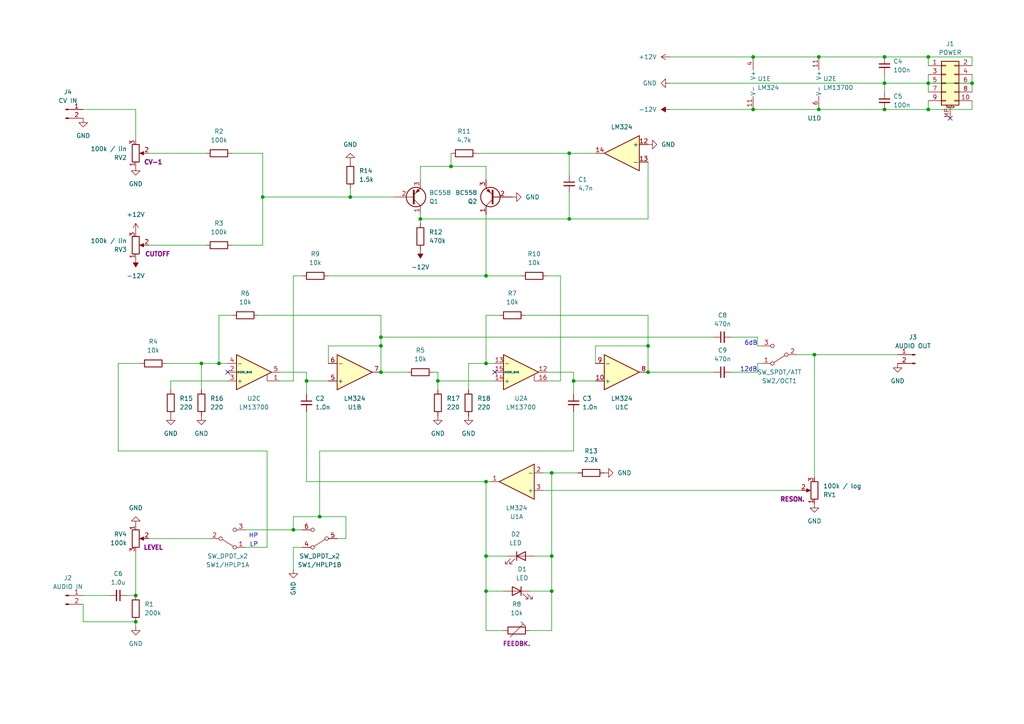
<source format=kicad_sch>
(kicad_sch (version 20230121) (generator eeschema)
  (paper "A4")
  (title_block (title "Late MS-20 VCO / Eurorack"))
  (lib_symbols
    (symbol "Amplifier_Operational:LM13700" (pin_names (offset 0.127))
      (property "Reference" "U" (at 3.81 5.08 0))
      (property "Value" "LM13700" (at 5.08 -5.08 0))
      (symbol "LM13700_1_1"
        (polyline (pts (xy 3.81 -0.635) (xy 3.81 -2.54) (xy 5.08 -2.54)))
        (polyline (pts (xy 5.08 0) (xy -5.08 -5.08) (xy -5.08 5.08) (xy 5.08 0)) (stroke (width 0.254)) (fill (type background)))
        (pin output line (at 7.62 0 180) (length 2.54) (name "~") (number "12"))
        (pin input line (at -7.62 2.54 0) (length 2.54) (name "-") (number "13"))
        (pin input line (at -7.62 -2.54 0) (length 2.54) (name "+") (number "14"))
        (pin input line (at -7.62 0 0) (length 2.54) (name "DIODE_BIAS") (number "15"))
        (pin input line (at 7.62 -2.54 180) (length 2.54) (name "~") (number "16"))
      )
      (symbol "LM13700_2_0"
        (polyline (pts (xy -1.905 2.54) (xy -3.175 2.54)))
      )
      (symbol "LM13700_2_1"
        (circle (center -2.54 1.905) (radius 0.254) (stroke (width 0.254)) (fill (type outline)))
        (polyline (pts (xy -3.81 -0.635) (xy -2.54 -1.27)))
        (polyline (pts (xy -3.81 1.27) (xy -3.81 -1.27)))
        (polyline (pts (xy -2.54 -1.905) (xy -1.27 -2.54)))
        (polyline (pts (xy -2.54 0) (xy -2.54 -2.54)))
        (polyline (pts (xy -3.81 0.635) (xy -2.54 1.27) (xy -2.54 1.905) (xy -2.54 2.54)))
        (polyline (pts (xy -2.54 -1.27) (xy -3.175 -0.635) (xy -3.175 -1.27) (xy -2.54 -1.27)) (fill (type outline)))
        (polyline (pts (xy -2.54 -0.635) (xy -1.27 0) (xy -1.27 1.905) (xy -2.54 1.905)))
        (polyline (pts (xy -1.27 -2.54) (xy -1.905 -1.905) (xy -1.905 -2.54) (xy -1.27 -2.54)) (fill (type outline)))
        (text "V+" (at -2.54 3.81 0) (effects (font (size 1.27 1.27))))
        (pin input line (at -7.62 0 0) (length 3.81) (name "~") (number "10"))
        (pin output line (at 2.54 -2.54 180) (length 3.81) (name "~") (number "9"))
      )
      (symbol "LM13700_3_1"
        (polyline (pts (xy 3.81 -0.635) (xy 3.81 -2.54) (xy 5.08 -2.54)))
        (polyline (pts (xy 5.08 0) (xy -5.08 -5.08) (xy -5.08 5.08) (xy 5.08 0)) (stroke (width 0.254)) (fill (type background)))
        (pin input line (at 7.62 -2.54 180) (length 2.54) (name "~") (number "1"))
        (pin input line (at -7.62 0 0) (length 2.54) (name "DIODE_BIAS") (number "2"))
        (pin input line (at -7.62 -2.54 0) (length 2.54) (name "+") (number "3"))
        (pin input line (at -7.62 2.54 0) (length 2.54) (name "-") (number "4"))
        (pin output line (at 7.62 0 180) (length 2.54) (name "~") (number "5"))
      )
      (symbol "LM13700_4_0"
        (polyline (pts (xy -3.175 2.54) (xy -1.905 2.54)))
        (text "V+" (at -2.54 3.81 0) (effects (font (size 1.27 1.27))))
      )
      (symbol "LM13700_4_1"
        (circle (center -2.54 1.905) (radius 0.254) (stroke (width 0.254)) (fill (type outline)))
        (polyline (pts (xy -3.81 -0.635) (xy -2.54 -1.27)))
        (polyline (pts (xy -3.81 1.27) (xy -3.81 -1.27)))
        (polyline (pts (xy -2.54 -1.905) (xy -1.27 -2.54)))
        (polyline (pts (xy -2.54 0) (xy -2.54 -2.54)))
        (polyline (pts (xy -3.81 0.635) (xy -2.54 1.27) (xy -2.54 2.54)))
        (polyline (pts (xy -2.54 -1.27) (xy -3.175 -0.635) (xy -3.175 -1.27) (xy -2.54 -1.27)) (fill (type outline)))
        (polyline (pts (xy -2.54 -0.635) (xy -1.27 0) (xy -1.27 1.905) (xy -2.54 1.905)))
        (polyline (pts (xy -1.27 -2.54) (xy -1.905 -1.905) (xy -1.905 -2.54) (xy -1.27 -2.54)) (fill (type outline)))
        (pin input line (at -7.62 0 0) (length 3.81) (name "~") (number "7"))
        (pin output line (at 2.54 -2.54 180) (length 3.81) (name "~") (number "8"))
      )
      (symbol "LM13700_5_1"
        (pin power_in line (at -2.54 7.62 270) (length 3.81) (name "V+") (number "11"))
        (pin power_in line (at -2.54 -7.62 90) (length 3.81) (name "V-") (number "6"))
      )
    )
    (symbol "Amplifier_Operational:LM324" (pin_names (offset 0.127))
      (property "Reference" "U" (at 0 5.08 0))
      (property "Value" "LM324" (at 0 -5.08 0))
      (symbol "LM324_1_1"
        (polyline (pts (xy -5.08 5.08) (xy 5.08 0) (xy -5.08 -5.08) (xy -5.08 5.08)) (stroke (width 0.254)) (fill (type background)))
        (pin output line (at 7.62 0 180) (length 2.54) (name "~") (number "1"))
        (pin input line (at -7.62 -2.54 0) (length 2.54) (name "-") (number "2"))
        (pin input line (at -7.62 2.54 0) (length 2.54) (name "+") (number "3"))
      )
      (symbol "LM324_2_1"
        (polyline (pts (xy -5.08 5.08) (xy 5.08 0) (xy -5.08 -5.08) (xy -5.08 5.08)) (stroke (width 0.254)) (fill (type background)))
        (pin input line (at -7.62 2.54 0) (length 2.54) (name "+") (number "5"))
        (pin input line (at -7.62 -2.54 0) (length 2.54) (name "-") (number "6"))
        (pin output line (at 7.62 0 180) (length 2.54) (name "~") (number "7"))
      )
      (symbol "LM324_3_1"
        (polyline (pts (xy -5.08 5.08) (xy 5.08 0) (xy -5.08 -5.08) (xy -5.08 5.08)) (stroke (width 0.254)) (fill (type background)))
        (pin input line (at -7.62 2.54 0) (length 2.54) (name "+") (number "10"))
        (pin output line (at 7.62 0 180) (length 2.54) (name "~") (number "8"))
        (pin input line (at -7.62 -2.54 0) (length 2.54) (name "-") (number "9"))
      )
      (symbol "LM324_4_1"
        (polyline (pts (xy -5.08 5.08) (xy 5.08 0) (xy -5.08 -5.08) (xy -5.08 5.08)) (stroke (width 0.254)) (fill (type background)))
        (pin input line (at -7.62 2.54 0) (length 2.54) (name "+") (number "12"))
        (pin input line (at -7.62 -2.54 0) (length 2.54) (name "-") (number "13"))
        (pin output line (at 7.62 0 180) (length 2.54) (name "~") (number "14"))
      )
      (symbol "LM324_5_1"
        (pin power_in line (at -2.54 -7.62 90) (length 3.81) (name "V-") (number "11"))
        (pin power_in line (at -2.54 7.62 270) (length 3.81) (name "V+") (number "4"))
      )
    )
    (symbol "Connector:Conn_01x02_Pin" (pin_names (offset 1.016) hide)
      (property "Reference" "J" (at 0 2.54 0))
      (property "Value" "Conn_01x02_Pin" (at 0 -5.08 0))
      (symbol "Conn_01x02_Pin_1_1"
        (polyline (pts (xy 1.27 -2.54) (xy 0.8636 -2.54)) (stroke (width 0.1524)))
        (polyline (pts (xy 1.27 0) (xy 0.8636 0)) (stroke (width 0.1524)))
        (rectangle (start 0.8636 -2.413) (end 0 -2.667) (stroke (width 0.1524)) (fill (type outline)))
        (rectangle (start 0.8636 0.127) (end 0 -0.127) (stroke (width 0.1524)) (fill (type outline)))
        (pin passive line (at 5.08 0 180) (length 3.81) (name "Pin_1") (number "1"))
        (pin passive line (at 5.08 -2.54 180) (length 3.81) (name "Pin_2") (number "2"))
      )
    )
    (symbol "Connector_Generic_MountingPin:Conn_02x05_Odd_Even_MountingPin" (pin_names (offset 1.016) hide)
      (property "Reference" "J" (at 1.27 7.62 0))
      (property "Value" "Conn_02x05_Odd_Even_MountingPin" (at 2.54 -7.62 0))
      (symbol "Conn_02x05_Odd_Even_MountingPin_1_1"
        (rectangle (start -1.27 -4.953) (end 0 -5.207) (stroke (width 0.1524)))
        (rectangle (start -1.27 -2.413) (end 0 -2.667) (stroke (width 0.1524)))
        (rectangle (start -1.27 0.127) (end 0 -0.127) (stroke (width 0.1524)))
        (rectangle (start -1.27 2.667) (end 0 2.413) (stroke (width 0.1524)))
        (rectangle (start -1.27 5.207) (end 0 4.953) (stroke (width 0.1524)))
        (rectangle (start -1.27 6.35) (end 3.81 -6.35) (stroke (width 0.254)) (fill (type background)))
        (polyline (pts (xy 0.254 -7.112) (xy 2.286 -7.112)) (stroke (width 0.1524)))
        (rectangle (start 3.81 -4.953) (end 2.54 -5.207) (stroke (width 0.1524)))
        (rectangle (start 3.81 -2.413) (end 2.54 -2.667) (stroke (width 0.1524)))
        (rectangle (start 3.81 0.127) (end 2.54 -0.127) (stroke (width 0.1524)))
        (rectangle (start 3.81 2.667) (end 2.54 2.413) (stroke (width 0.1524)))
        (rectangle (start 3.81 5.207) (end 2.54 4.953) (stroke (width 0.1524)))
        (text "Mounting" (at 1.27 -6.731 0) (effects (font (size 0.381 0.381))))
        (pin passive line (at -5.08 5.08 0) (length 3.81) (name "Pin_1") (number "1"))
        (pin passive line (at 7.62 -5.08 180) (length 3.81) (name "Pin_10") (number "10"))
        (pin passive line (at 7.62 5.08 180) (length 3.81) (name "Pin_2") (number "2"))
        (pin passive line (at -5.08 2.54 0) (length 3.81) (name "Pin_3") (number "3"))
        (pin passive line (at 7.62 2.54 180) (length 3.81) (name "Pin_4") (number "4"))
        (pin passive line (at -5.08 0 0) (length 3.81) (name "Pin_5") (number "5"))
        (pin passive line (at 7.62 0 180) (length 3.81) (name "Pin_6") (number "6"))
        (pin passive line (at -5.08 -2.54 0) (length 3.81) (name "Pin_7") (number "7"))
        (pin passive line (at 7.62 -2.54 180) (length 3.81) (name "Pin_8") (number "8"))
        (pin passive line (at -5.08 -5.08 0) (length 3.81) (name "Pin_9") (number "9"))
        (pin passive line (at 1.27 -10.16 90) (length 3.048) (name "MountPin") (number "MP"))
      )
    )
    (symbol "Device:C_Small" (pin_numbers hide) (pin_names (offset 0.254) hide)
      (property "Reference" "C" (at 0.254 1.778 0))
      (property "Value" "C_Small" (at 0.254 -2.032 0))
      (symbol "C_Small_0_1"
        (polyline (pts (xy -1.524 -0.508) (xy 1.524 -0.508)) (stroke (width 0.3302)))
        (polyline (pts (xy -1.524 0.508) (xy 1.524 0.508)) (stroke (width 0.3048)))
      )
      (symbol "C_Small_1_1"
        (pin passive line (at 0 2.54 270) (length 2.032) (name "~") (number "1"))
        (pin passive line (at 0 -2.54 90) (length 2.032) (name "~") (number "2"))
      )
    )
    (symbol "Device:LED" (pin_numbers hide) (pin_names (offset 1.016) hide)
      (property "Reference" "D" (at 0 2.54 0))
      (property "Value" "LED" (at 0 -2.54 0))
      (symbol "LED_0_1"
        (polyline (pts (xy -1.27 -1.27) (xy -1.27 1.27)) (stroke (width 0.254)))
        (polyline (pts (xy -1.27 0) (xy 1.27 0)))
        (polyline (pts (xy 1.27 -1.27) (xy 1.27 1.27) (xy -1.27 0) (xy 1.27 -1.27)) (stroke (width 0.254)))
        (polyline (pts (xy -3.048 -0.762) (xy -4.572 -2.286) (xy -3.81 -2.286) (xy -4.572 -2.286) (xy -4.572 -1.524)))
        (polyline (pts (xy -1.778 -0.762) (xy -3.302 -2.286) (xy -2.54 -2.286) (xy -3.302 -2.286) (xy -3.302 -1.524)))
      )
      (symbol "LED_1_1"
        (pin passive line (at -3.81 0 0) (length 2.54) (name "K") (number "1"))
        (pin passive line (at 3.81 0 180) (length 2.54) (name "A") (number "2"))
      )
    )
    (symbol "Device:R" (pin_numbers hide) (pin_names (offset 0))
      (property "Reference" "R" (at 2.032 0 90))
      (property "Value" "R" (at 0 0 90))
      (symbol "R_0_1"
        (rectangle (start -1.016 -2.54) (end 1.016 2.54) (stroke (width 0.254)))
      )
      (symbol "R_1_1"
        (pin passive line (at 0 3.81 270) (length 1.27) (name "~") (number "1"))
        (pin passive line (at 0 -3.81 90) (length 1.27) (name "~") (number "2"))
      )
    )
    (symbol "Device:R_Potentiometer" (pin_names (offset 1.016) hide)
      (property "Reference" "RV" (at -4.445 0 90))
      (property "Value" "R_Potentiometer" (at -2.54 0 90))
      (symbol "R_Potentiometer_0_1"
        (polyline (pts (xy 2.54 0) (xy 1.524 0)))
        (polyline (pts (xy 1.143 0) (xy 2.286 0.508) (xy 2.286 -0.508) (xy 1.143 0)) (fill (type outline)))
        (rectangle (start 1.016 2.54) (end -1.016 -2.54) (stroke (width 0.254)))
      )
      (symbol "R_Potentiometer_1_1"
        (pin passive line (at 0 3.81 270) (length 1.27) (name "1") (number "1"))
        (pin passive line (at 3.81 0 180) (length 1.27) (name "2") (number "2"))
        (pin passive line (at 0 -3.81 90) (length 1.27) (name "3") (number "3"))
      )
    )
    (symbol "Device:R_Trim" (pin_numbers hide) (pin_names (offset 0))
      (property "Reference" "R" (at 2.54 -2.54 90))
      (property "Value" "R_Trim" (at -2.54 -0.635 90))
      (symbol "R_Trim_0_1"
        (rectangle (start -1.016 -2.54) (end 1.016 2.54) (stroke (width 0.254)))
        (polyline (pts (xy -1.905 -1.905) (xy 1.905 1.905) (xy 2.54 1.27) (xy 1.27 2.54)))
      )
      (symbol "R_Trim_1_1"
        (pin passive line (at 0 3.81 270) (length 1.27) (name "~") (number "1"))
        (pin passive line (at 0 -3.81 90) (length 1.27) (name "~") (number "2"))
      )
    )
    (symbol "Switch:SW_DPDT_x2" (pin_names (offset 0) hide)
      (property "Reference" "SW" (at 0 4.318 0))
      (property "Value" "SW_DPDT_x2" (at 0 -5.08 0))
      (symbol "SW_DPDT_x2_0_0"
        (circle (center -2.032 0) (radius 0.508))
        (circle (center 2.032 -2.54) (radius 0.508))
      )
      (symbol "SW_DPDT_x2_0_1"
        (polyline (pts (xy -1.524 0.254) (xy 1.651 2.286)))
        (circle (center 2.032 2.54) (radius 0.508))
      )
      (symbol "SW_DPDT_x2_1_1"
        (pin passive line (at 5.08 2.54 180) (length 2.54) (name "A") (number "1"))
        (pin passive line (at -5.08 0 0) (length 2.54) (name "B") (number "2"))
        (pin passive line (at 5.08 -2.54 180) (length 2.54) (name "C") (number "3"))
      )
      (symbol "SW_DPDT_x2_2_1"
        (pin passive line (at 5.08 2.54 180) (length 2.54) (name "A") (number "4"))
        (pin passive line (at -5.08 0 0) (length 2.54) (name "B") (number "5"))
        (pin passive line (at 5.08 -2.54 180) (length 2.54) (name "C") (number "6"))
      )
    )
    (symbol "Switch:SW_SPDT" (pin_names (offset 0) hide)
      (property "Reference" "SW" (at 0 4.318 0))
      (property "Value" "SW_SPDT" (at 0 -5.08 0))
      (symbol "SW_SPDT_0_0"
        (circle (center -2.032 0) (radius 0.508))
        (circle (center 2.032 -2.54) (radius 0.508))
      )
      (symbol "SW_SPDT_0_1"
        (polyline (pts (xy -1.524 0.254) (xy 1.651 2.286)))
        (circle (center 2.032 2.54) (radius 0.508))
      )
      (symbol "SW_SPDT_1_1"
        (pin passive line (at 5.08 2.54 180) (length 2.54) (name "A") (number "1"))
        (pin passive line (at -5.08 0 0) (length 2.54) (name "B") (number "2"))
        (pin passive line (at 5.08 -2.54 180) (length 2.54) (name "C") (number "3"))
      )
    )
    (symbol "Transistor_BJT:BC559" (pin_names (offset 0) hide)
      (property "Reference" "Q" (at 5.08 1.905 0))
      (property "Value" "BC559" (at 5.08 0 0))
      (symbol "BC559_0_1"
        (polyline (pts (xy 0.635 0.635) (xy 2.54 2.54)))
        (polyline (pts (xy 0.635 -0.635) (xy 2.54 -2.54) (xy 2.54 -2.54)))
        (polyline (pts (xy 0.635 1.905) (xy 0.635 -1.905) (xy 0.635 -1.905)) (stroke (width 0.508)))
        (polyline (pts (xy 2.286 -1.778) (xy 1.778 -2.286) (xy 1.27 -1.27) (xy 2.286 -1.778) (xy 2.286 -1.778)) (fill (type outline)))
        (circle (center 1.27 0) (radius 2.8194) (stroke (width 0.254)))
      )
      (symbol "BC559_1_1"
        (pin passive line (at 2.54 5.08 270) (length 2.54) (name "C") (number "1"))
        (pin input line (at -5.08 0 0) (length 5.715) (name "B") (number "2"))
        (pin passive line (at 2.54 -5.08 90) (length 2.54) (name "E") (number "3"))
      )
    )
    (symbol "power:+12V" (power) (pin_names (offset 0))
      (property "Value" "+12V" (at 0 3.556 0))
      (symbol "+12V_0_1"
        (polyline (pts (xy -0.762 1.27) (xy 0 2.54)))
        (polyline (pts (xy 0 0) (xy 0 2.54)))
        (polyline (pts (xy 0 2.54) (xy 0.762 1.27)))
      )
      (symbol "+12V_1_1"
        (pin power_in line (at 0 0 90) (length 0) hide (name "+12V") (number "1"))
      )
    )
    (symbol "power:-12V" (power) (pin_names (offset 0))
      (property "Value" "-12V" (at 0 3.81 0))
      (symbol "-12V_0_0"
        (pin power_in line (at 0 0 90) (length 0) hide (name "-12V") (number "1"))
      )
      (symbol "-12V_0_1"
        (polyline (pts (xy 0 0) (xy 0 1.27) (xy 0.762 1.27) (xy 0 2.54) (xy -0.762 1.27) (xy 0 1.27)) (fill (type outline)))
      )
    )
    (symbol "power:GND" (power) (pin_names (offset 0))
      (property "Value" "GND" (at 0 -3.81 0))
      (symbol "GND_0_1"
        (polyline (pts (xy 0 0) (xy 0 -1.27) (xy 1.27 -1.27) (xy 0 -2.54) (xy -1.27 -1.27) (xy 0 -1.27)))
      )
      (symbol "GND_1_1"
        (pin power_in line (at 0 0 270) (length 0) hide (name "GND") (number "1"))
      )
    )
  )
  (junction (at 110.49 97.79))
  (junction (at 140.97 139.7))
  (junction (at 58.42 105.41))
  (junction (at 269.24 16.51))
  (junction (at 237.49 31.75))
  (junction (at 76.2 57.15))
  (junction (at 269.24 24.13))
  (junction (at 88.9 110.49))
  (junction (at 140.97 80.01))
  (junction (at 85.09 153.67))
  (junction (at 165.1 63.5))
  (junction (at 140.97 105.41))
  (junction (at 236.22 102.87))
  (junction (at 256.54 31.75))
  (junction (at 121.92 63.5))
  (junction (at 101.6 57.15))
  (junction (at 256.54 16.51))
  (junction (at 160.02 137.16))
  (junction (at 281.94 24.13))
  (junction (at 237.49 16.51))
  (junction (at 63.5 105.41))
  (junction (at 39.37 172.72))
  (junction (at 92.71 149.86))
  (junction (at 140.97 161.29))
  (junction (at 166.37 110.49))
  (junction (at 160.02 171.45))
  (junction (at 187.96 107.95))
  (junction (at 140.97 171.45))
  (junction (at 256.54 24.13))
  (junction (at 110.49 100.33))
  (junction (at 187.96 100.33))
  (junction (at 165.1 44.45))
  (junction (at 130.81 48.26))
  (junction (at 127 110.49))
  (junction (at 110.49 107.95))
  (junction (at 218.44 31.75))
  (junction (at 218.44 16.51))
  (junction (at 160.02 161.29))
  (junction (at 269.24 31.75))
  (junction (at 39.37 180.34))
  (no_connect (at 143.51 107.95))
  (no_connect (at 275.59 34.29))
  (no_connect (at 66.04 107.95))
  (wire (pts (xy 146.05 171.45) (xy 140.97 171.45)))
  (wire (pts (xy 269.24 19.05) (xy 269.24 16.51)))
  (wire (pts (xy 140.97 62.23) (xy 140.97 80.01)))
  (wire (pts (xy 219.71 105.41) (xy 219.71 107.95)))
  (wire (pts (xy 110.49 100.33) (xy 95.25 100.33)))
  (wire (pts (xy 194.31 16.51) (xy 218.44 16.51)))
  (wire (pts (xy 110.49 107.95) (xy 110.49 100.33)))
  (wire (pts (xy 187.96 91.44) (xy 187.96 100.33)))
  (wire (pts (xy 162.56 80.01) (xy 162.56 110.49)))
  (wire (pts (xy 81.28 110.49) (xy 85.09 110.49)))
  (wire (pts (xy 34.29 105.41) (xy 34.29 130.81)))
  (wire (pts (xy 39.37 180.34) (xy 24.13 180.34)))
  (wire (pts (xy 212.09 97.79) (xy 219.71 97.79)))
  (wire (pts (xy 218.44 31.75) (xy 237.49 31.75)))
  (wire (pts (xy 157.48 137.16) (xy 160.02 137.16)))
  (wire (pts (xy 100.33 156.21) (xy 97.79 156.21)))
  (wire (pts (xy 231.14 102.87) (xy 236.22 102.87)))
  (wire (pts (xy 49.53 110.49) (xy 66.04 110.49)))
  (wire (pts (xy 166.37 107.95) (xy 166.37 110.49)))
  (wire (pts (xy 219.71 107.95) (xy 212.09 107.95)))
  (wire (pts (xy 100.33 156.21) (xy 100.33 149.86)))
  (wire (pts (xy 110.49 91.44) (xy 110.49 97.79)))
  (wire (pts (xy 110.49 97.79) (xy 110.49 100.33)))
  (wire (pts (xy 121.92 62.23) (xy 121.92 63.5)))
  (wire (pts (xy 24.13 180.34) (xy 24.13 175.26)))
  (wire (pts (xy 76.2 57.15) (xy 101.6 57.15)))
  (wire (pts (xy 237.49 16.51) (xy 256.54 16.51)))
  (wire (pts (xy 138.43 44.45) (xy 165.1 44.45)))
  (wire (pts (xy 92.71 149.86) (xy 100.33 149.86)))
  (wire (pts (xy 121.92 63.5) (xy 121.92 64.77)))
  (wire (pts (xy 269.24 24.13) (xy 281.94 24.13)))
  (wire (pts (xy 140.97 52.07) (xy 140.97 48.26)))
  (wire (pts (xy 135.89 105.41) (xy 140.97 105.41)))
  (wire (pts (xy 165.1 63.5) (xy 187.96 63.5)))
  (wire (pts (xy 166.37 119.38) (xy 166.37 130.81)))
  (wire (pts (xy 48.26 105.41) (xy 58.42 105.41)))
  (wire (pts (xy 153.67 171.45) (xy 160.02 171.45)))
  (wire (pts (xy 85.09 158.75) (xy 85.09 165.1)))
  (wire (pts (xy 140.97 161.29) (xy 140.97 171.45)))
  (wire (pts (xy 88.9 107.95) (xy 88.9 110.49)))
  (wire (pts (xy 135.89 113.03) (xy 135.89 105.41)))
  (wire (pts (xy 127 107.95) (xy 125.73 107.95)))
  (wire (pts (xy 219.71 105.41) (xy 220.98 105.41)))
  (wire (pts (xy 166.37 110.49) (xy 172.72 110.49)))
  (wire (pts (xy 152.4 91.44) (xy 187.96 91.44)))
  (wire (pts (xy 281.94 24.13) (xy 281.94 26.67)))
  (wire (pts (xy 207.01 97.79) (xy 110.49 97.79)))
  (wire (pts (xy 58.42 105.41) (xy 63.5 105.41)))
  (wire (pts (xy 121.92 63.5) (xy 165.1 63.5)))
  (wire (pts (xy 92.71 130.81) (xy 92.71 149.86)))
  (wire (pts (xy 218.44 16.51) (xy 237.49 16.51)))
  (wire (pts (xy 256.54 16.51) (xy 269.24 16.51)))
  (wire (pts (xy 140.97 80.01) (xy 151.13 80.01)))
  (wire (pts (xy 67.31 44.45) (xy 76.2 44.45)))
  (wire (pts (xy 127 107.95) (xy 127 110.49)))
  (wire (pts (xy 71.12 153.67) (xy 85.09 153.67)))
  (wire (pts (xy 49.53 113.03) (xy 49.53 110.49)))
  (wire (pts (xy 256.54 24.13) (xy 269.24 24.13)))
  (wire (pts (xy 127 110.49) (xy 143.51 110.49)))
  (wire (pts (xy 130.81 48.26) (xy 140.97 48.26)))
  (wire (pts (xy 158.75 110.49) (xy 162.56 110.49)))
  (wire (pts (xy 81.28 107.95) (xy 88.9 107.95)))
  (wire (pts (xy 39.37 181.61) (xy 39.37 180.34)))
  (wire (pts (xy 187.96 107.95) (xy 187.96 100.33)))
  (wire (pts (xy 58.42 105.41) (xy 58.42 113.03)))
  (wire (pts (xy 165.1 50.8) (xy 165.1 44.45)))
  (wire (pts (xy 269.24 16.51) (xy 281.94 16.51)))
  (wire (pts (xy 140.97 139.7) (xy 142.24 139.7)))
  (wire (pts (xy 67.31 91.44) (xy 63.5 91.44)))
  (wire (pts (xy 140.97 91.44) (xy 140.97 105.41)))
  (wire (pts (xy 219.71 100.33) (xy 220.98 100.33)))
  (wire (pts (xy 43.18 44.45) (xy 59.69 44.45)))
  (wire (pts (xy 85.09 149.86) (xy 85.09 153.67)))
  (wire (pts (xy 121.92 52.07) (xy 121.92 48.26)))
  (wire (pts (xy 85.09 110.49) (xy 85.09 80.01)))
  (wire (pts (xy 76.2 57.15) (xy 76.2 71.12)))
  (wire (pts (xy 24.13 172.72) (xy 31.75 172.72)))
  (wire (pts (xy 153.67 182.88) (xy 160.02 182.88)))
  (wire (pts (xy 256.54 31.75) (xy 269.24 31.75)))
  (wire (pts (xy 43.18 71.12) (xy 59.69 71.12)))
  (wire (pts (xy 77.47 158.75) (xy 77.47 130.81)))
  (wire (pts (xy 74.93 91.44) (xy 110.49 91.44)))
  (wire (pts (xy 256.54 21.59) (xy 256.54 24.13)))
  (wire (pts (xy 77.47 130.81) (xy 34.29 130.81)))
  (wire (pts (xy 88.9 110.49) (xy 95.25 110.49)))
  (wire (pts (xy 63.5 91.44) (xy 63.5 105.41)))
  (wire (pts (xy 269.24 31.75) (xy 281.94 31.75)))
  (wire (pts (xy 39.37 160.02) (xy 39.37 172.72)))
  (wire (pts (xy 219.71 100.33) (xy 219.71 97.79)))
  (wire (pts (xy 157.48 142.24) (xy 232.41 142.24)))
  (wire (pts (xy 269.24 24.13) (xy 269.24 26.67)))
  (wire (pts (xy 110.49 107.95) (xy 118.11 107.95)))
  (wire (pts (xy 95.25 100.33) (xy 95.25 105.41)))
  (wire (pts (xy 85.09 153.67) (xy 87.63 153.67)))
  (wire (pts (xy 88.9 114.3) (xy 88.9 110.49)))
  (wire (pts (xy 121.92 48.26) (xy 130.81 48.26)))
  (wire (pts (xy 140.97 161.29) (xy 140.97 139.7)))
  (wire (pts (xy 158.75 107.95) (xy 166.37 107.95)))
  (wire (pts (xy 160.02 137.16) (xy 167.64 137.16)))
  (wire (pts (xy 237.49 31.75) (xy 256.54 31.75)))
  (wire (pts (xy 187.96 100.33) (xy 172.72 100.33)))
  (wire (pts (xy 140.97 171.45) (xy 140.97 182.88)))
  (wire (pts (xy 130.81 44.45) (xy 130.81 48.26)))
  (wire (pts (xy 147.32 161.29) (xy 140.97 161.29)))
  (wire (pts (xy 88.9 119.38) (xy 88.9 139.7)))
  (wire (pts (xy 127 113.03) (xy 127 110.49)))
  (wire (pts (xy 165.1 55.88) (xy 165.1 63.5)))
  (wire (pts (xy 92.71 149.86) (xy 85.09 149.86)))
  (wire (pts (xy 281.94 19.05) (xy 281.94 16.51)))
  (wire (pts (xy 236.22 102.87) (xy 236.22 138.43)))
  (wire (pts (xy 165.1 44.45) (xy 172.72 44.45)))
  (wire (pts (xy 172.72 100.33) (xy 172.72 105.41)))
  (wire (pts (xy 85.09 80.01) (xy 87.63 80.01)))
  (wire (pts (xy 39.37 31.75) (xy 39.37 40.64)))
  (wire (pts (xy 144.78 91.44) (xy 140.97 91.44)))
  (wire (pts (xy 158.75 80.01) (xy 162.56 80.01)))
  (wire (pts (xy 71.12 158.75) (xy 77.47 158.75)))
  (wire (pts (xy 269.24 21.59) (xy 269.24 24.13)))
  (wire (pts (xy 88.9 139.7) (xy 140.97 139.7)))
  (wire (pts (xy 140.97 105.41) (xy 143.51 105.41)))
  (wire (pts (xy 146.05 182.88) (xy 140.97 182.88)))
  (wire (pts (xy 166.37 114.3) (xy 166.37 110.49)))
  (wire (pts (xy 194.31 24.13) (xy 256.54 24.13)))
  (wire (pts (xy 36.83 172.72) (xy 39.37 172.72)))
  (wire (pts (xy 154.94 161.29) (xy 160.02 161.29)))
  (wire (pts (xy 194.31 31.75) (xy 218.44 31.75)))
  (wire (pts (xy 187.96 46.99) (xy 187.96 63.5)))
  (wire (pts (xy 281.94 21.59) (xy 281.94 24.13)))
  (wire (pts (xy 101.6 57.15) (xy 114.3 57.15)))
  (wire (pts (xy 87.63 158.75) (xy 85.09 158.75)))
  (wire (pts (xy 207.01 107.95) (xy 187.96 107.95)))
  (wire (pts (xy 256.54 24.13) (xy 256.54 26.67)))
  (wire (pts (xy 160.02 171.45) (xy 160.02 182.88)))
  (wire (pts (xy 101.6 54.61) (xy 101.6 57.15)))
  (wire (pts (xy 34.29 105.41) (xy 40.64 105.41)))
  (wire (pts (xy 160.02 161.29) (xy 160.02 171.45)))
  (wire (pts (xy 76.2 44.45) (xy 76.2 57.15)))
  (wire (pts (xy 281.94 29.21) (xy 281.94 31.75)))
  (wire (pts (xy 24.13 31.75) (xy 39.37 31.75)))
  (wire (pts (xy 236.22 102.87) (xy 260.35 102.87)))
  (wire (pts (xy 160.02 161.29) (xy 160.02 137.16)))
  (wire (pts (xy 67.31 71.12) (xy 76.2 71.12)))
  (wire (pts (xy 95.25 80.01) (xy 140.97 80.01)))
  (wire (pts (xy 166.37 130.81) (xy 92.71 130.81)))
  (wire (pts (xy 269.24 29.21) (xy 269.24 31.75)))
  (wire (pts (xy 43.18 156.21) (xy 60.96 156.21)))
  (wire (pts (xy 63.5 105.41) (xy 66.04 105.41)))
  (text "HP" (at 74.93 156.21 0) (effects (font (size 1.27 1.27)) (justify right bottom)))
  (text "6dB" (at 215.9 100.33 0) (effects (font (size 1.27 1.27)) (justify left bottom)))
  (text "LP" (at 72.39 158.75 0) (effects (font (size 1.27 1.27)) (justify left bottom)))
  (text "12dB" (at 214.63 107.95 0) (effects (font (size 1.27 1.27)) (justify left bottom)))
  (symbol (lib_id "power:-12V") (at 121.92 72.39 180) (unit 1)
    (property "Reference" "#PWR013" (effects hide))
    (property "Value" "-12V" (at 121.92 77.47 0))
  )
  (symbol (lib_id "Device:R_Potentiometer") (at 236.22 142.24 180) (unit 1)
    (property "Reference" "RV1" (at 238.76 143.51 0) (effects (justify right)))
    (property "Value" "100k / log" (at 238.76 140.97 0) (effects (justify right)))
    (property "Footprint" "Potentiometer_THT:Potentiometer_TT_P0915N" (effects hide))
    (property "Sim.Device" "R" (effects hide))
    (property "Sim.Pins" "1=+ 2=-" (effects hide))
    (property "Sim.Params" "r=50k" (effects hide))
    (property "Note" "RESON." (at 229.87 144.78 0) (effects (font bold)))
  )
  (symbol (lib_id "Device:R") (at 58.42 116.84 0) (unit 1)
    (property "Reference" "R16" (at 60.96 115.57 0) (effects (justify left)))
    (property "Value" "220" (at 60.96 118.11 0) (effects (justify left)))
    (property "Footprint" "Resistor_THT:R_Axial_DIN0207_L6.3mm_D2.5mm_P15.24mm_Horizontal" (effects hide))
  )
  (symbol (lib_id "power:GND") (at 39.37 181.61 0) (mirror y) (unit 1)
    (property "Reference" "#PWR09" (effects hide))
    (property "Value" "GND" (at 39.37 186.69 0))
  )
  (symbol (lib_id "Transistor_BJT:BC559") (at 119.38 57.15 0) (mirror x) (unit 1)
    (property "Reference" "Q1" (at 124.46 58.42 0) (effects (justify left)))
    (property "Value" "BC558" (at 124.46 55.88 0) (effects (justify left)))
    (property "Footprint" "Package_TO_SOT_THT:TO-92_Inline_Wide" (effects hide))
    (property "Datasheet" "https://www.onsemi.com/pub/Collateral/BC556BTA-D.pdf" (effects hide))
    (property "Sim.Library" "C:\\Users\\zykure\\Downloads\\BC557.lib" (effects hide))
    (property "Sim.Name" "BC557B" (effects hide))
    (property "Sim.Device" "PNP" (effects hide))
    (property "Sim.Type" "GUMMELPOON" (effects hide))
    (property "Sim.Pins" "1=C 2=B 3=E" (effects hide))
  )
  (symbol (lib_id "Amplifier_Operational:LM13700") (at 240.03 24.13 0) (unit 5)
    (property "Reference" "U2" (at 238.76 22.86 0) (effects (justify left)))
    (property "Value" "LM13700" (at 238.76 25.4 0) (effects (justify left)))
    (property "Footprint" "Package_DIP:DIP-16_W7.62mm" (effects hide))
    (property "Datasheet" "http://www.ti.com/lit/ds/symlink/lm13700.pdf" (effects hide))
    (property "Sim.Library" "C:\\Users\\zykure\\Downloads\\LM13700-dual.lib" (effects hide))
    (property "Sim.Name" "LM13700" (effects hide))
    (property "Sim.Device" "SUBCKT" (effects hide))
    (property "Sim.Pins" "1=1iab 2=1lin 3=1in+ 4=1in- 5=1out 6=vcc- 7=1bin 8=1buf 9=2buf 10=2bin 11=vcc+ 12=2out 13=2in- 14=2in+ 15=2iab 16=2lin" (effects hide))
  )
  (symbol (lib_id "Device:C_Small") (at 256.54 19.05 0) (unit 1)
    (property "Reference" "C4" (at 259.08 17.7863 0) (effects (justify left)))
    (property "Value" "100n" (at 259.08 20.3263 0) (effects (justify left)))
    (property "Footprint" "Capacitor_THT:C_Disc_D7.5mm_W2.5mm_P5.00mm" (effects hide))
  )
  (symbol (lib_id "Amplifier_Operational:LM13700") (at 151.13 107.95 0) (unit 1)
    (property "Reference" "U2" (at 151.13 115.57 0))
    (property "Value" "LM13700" (at 151.13 118.11 0))
    (property "Footprint" "Package_DIP:DIP-16_W7.62mm" (effects hide))
    (property "Datasheet" "http://www.ti.com/lit/ds/symlink/lm13700.pdf" (effects hide))
    (property "Sim.Library" "C:\\Users\\zykure\\Downloads\\LM13700-dual.lib" (effects hide))
    (property "Sim.Name" "LM13700" (effects hide))
    (property "Sim.Device" "SUBCKT" (effects hide))
    (property "Sim.Pins" "1=1iab 2=1lin 3=1in+ 4=1in- 5=1out 6=vcc- 7=1bin 8=1buf 9=2buf 10=2bin 11=vcc+ 12=2out 13=2in- 14=2in+ 15=2iab 16=2lin" (effects hide))
  )
  (symbol (lib_id "Amplifier_Operational:LM324") (at 180.34 107.95 0) (mirror x) (unit 3)
    (property "Reference" "U1" (at 180.34 118.11 0))
    (property "Value" "LM324" (at 180.34 115.57 0))
    (property "Footprint" "Package_DIP:DIP-14_W7.62mm" (effects hide))
    (property "Datasheet" "http://www.ti.com/lit/ds/symlink/lm2902-n.pdf" (effects hide))
    (property "Sim.Library" "C:\\Users\\zykure\\Downloads\\LM324-quad.lib" (effects hide))
    (property "Sim.Name" "LM324" (effects hide))
    (property "Sim.Device" "SUBCKT" (effects hide))
    (property "Sim.Pins" "1=1out 2=1in- 3=1in+ 4=vcc+ 5=2in+ 6=2in- 7=2out 8=3out 9=3in- 10=3in+ 11=vcc- 12=4in+ 13=4in- 14=4out" (effects hide))
  )
  (symbol (lib_id "Device:LED") (at 151.13 161.29 0) (unit 1)
    (property "Reference" "D2" (at 149.5425 154.94 0))
    (property "Value" "LED" (at 149.5425 157.48 0))
    (property "Footprint" "LED_THT:LED_D3.0mm" (effects hide))
    (property "Sim.Device" "D" (effects hide))
    (property "Sim.Pins" "1=K 2=A" (effects hide))
  )
  (symbol (lib_id "power:-12V") (at 39.37 74.93 180) (unit 1)
    (property "Reference" "#PWR014" (effects hide))
    (property "Value" "-12V" (at 39.37 80.01 0))
  )
  (symbol (lib_id "Device:R") (at 127 116.84 0) (unit 1)
    (property "Reference" "R17" (at 129.54 115.57 0) (effects (justify left)))
    (property "Value" "220" (at 129.54 118.11 0) (effects (justify left)))
    (property "Footprint" "Resistor_THT:R_Axial_DIN0207_L6.3mm_D2.5mm_P15.24mm_Horizontal" (effects hide))
  )
  (symbol (lib_id "Device:R") (at 134.62 44.45 90) (unit 1)
    (property "Reference" "R11" (at 134.62 38.1 90))
    (property "Value" "4.7k" (at 134.62 40.64 90))
    (property "Footprint" "Resistor_THT:R_Axial_DIN0207_L6.3mm_D2.5mm_P15.24mm_Horizontal" (effects hide))
  )
  (symbol (lib_id "Device:C_Small") (at 166.37 116.84 0) (unit 1)
    (property "Reference" "C3" (at 168.91 115.5763 0) (effects (justify left)))
    (property "Value" "1.0n" (at 168.91 118.1163 0) (effects (justify left)))
    (property "Footprint" "Capacitor_THT:C_Disc_D7.5mm_W2.5mm_P5.00mm" (effects hide))
  )
  (symbol (lib_id "Device:C_Small") (at 165.1 53.34 0) (unit 1)
    (property "Reference" "C1" (at 167.64 52.0763 0) (effects (justify left)))
    (property "Value" "4.7n" (at 167.64 54.6163 0) (effects (justify left)))
    (property "Footprint" "Capacitor_THT:C_Disc_D7.5mm_W2.5mm_P5.00mm" (effects hide))
  )
  (symbol (lib_id "power:GND") (at 85.09 165.1 0) (unit 1)
    (property "Reference" "#PWR06" (effects hide))
    (property "Value" "GND" (at 85.09 172.72 90) (effects (justify left)))
  )
  (symbol (lib_id "power:GND") (at 39.37 48.26 0) (unit 1)
    (property "Reference" "#PWR010" (effects hide))
    (property "Value" "GND" (at 39.37 53.34 0))
  )
  (symbol (lib_id "power:+12V") (at 39.37 67.31 0) (unit 1)
    (property "Reference" "#PWR017" (effects hide))
    (property "Value" "+12V" (at 39.37 62.23 0))
  )
  (symbol (lib_id "Device:C_Small") (at 256.54 29.21 0) (unit 1)
    (property "Reference" "C5" (at 259.08 27.9463 0) (effects (justify left)))
    (property "Value" "100n" (at 259.08 30.4863 0) (effects (justify left)))
    (property "Footprint" "Capacitor_THT:C_Disc_D7.5mm_W2.5mm_P5.00mm" (effects hide))
  )
  (symbol (lib_id "Amplifier_Operational:LM324") (at 220.98 24.13 0) (unit 5)
    (property "Reference" "U1" (at 219.71 22.86 0) (effects (justify left)))
    (property "Value" "LM324" (at 219.71 25.4 0) (effects (justify left)))
    (property "Footprint" "Package_DIP:DIP-14_W7.62mm" (effects hide))
    (property "Datasheet" "http://www.ti.com/lit/ds/symlink/lm2902-n.pdf" (effects hide))
    (property "Sim.Library" "C:\\Users\\zykure\\Downloads\\LM324-quad.lib" (effects hide))
    (property "Sim.Name" "LM324" (effects hide))
    (property "Sim.Device" "SUBCKT" (effects hide))
    (property "Sim.Pins" "1=1out 2=1in- 3=1in+ 4=vcc+ 5=2in+ 6=2in- 7=2out 8=3out 9=3in- 10=3in+ 11=vcc- 12=4in+ 13=4in- 14=4out" (effects hide))
  )
  (symbol (lib_id "Device:C_Small") (at 88.9 116.84 0) (unit 1)
    (property "Reference" "C2" (at 91.44 115.5763 0) (effects (justify left)))
    (property "Value" "1.0n" (at 91.44 118.1163 0) (effects (justify left)))
    (property "Footprint" "Capacitor_THT:C_Disc_D7.5mm_W2.5mm_P5.00mm" (effects hide))
  )
  (symbol (lib_id "Device:R") (at 44.45 105.41 90) (unit 1)
    (property "Reference" "R4" (at 44.45 99.06 90))
    (property "Value" "10k" (at 44.45 101.6 90))
    (property "Footprint" "Resistor_THT:R_Axial_DIN0207_L6.3mm_D2.5mm_P15.24mm_Horizontal" (effects hide))
  )
  (symbol (lib_id "power:GND") (at 175.26 137.16 90) (unit 1)
    (property "Reference" "#PWR012" (effects hide))
    (property "Value" "GND" (at 179.07 137.16 90) (effects (justify right)))
  )
  (symbol (lib_id "Device:R") (at 148.59 91.44 90) (unit 1)
    (property "Reference" "R7" (at 148.59 85.09 90))
    (property "Value" "10k" (at 148.59 87.63 90))
    (property "Footprint" "Resistor_THT:R_Axial_DIN0207_L6.3mm_D2.5mm_P15.24mm_Horizontal" (effects hide))
  )
  (symbol (lib_id "Switch:SW_DPDT_x2") (at 66.04 156.21 0) (mirror x) (unit 1)
    (property "Reference" "SW1/HPLP1" (at 66.04 163.83 0))
    (property "Value" "SW_DPDT_x2" (at 66.04 161.29 0))
    (property "Footprint" "Connector_PinHeader_2.00mm:PinHeader_2x03_P2.00mm_Vertical" (effects hide))
    (property "Sim.Device" "R" (effects hide))
    (property "Sim.Pins" "1=+ 2=-" (effects hide))
    (property "Sim.Params" "r=0" (effects hide))
  )
  (symbol (lib_id "Device:R") (at 91.44 80.01 90) (unit 1)
    (property "Reference" "R9" (at 91.44 73.66 90))
    (property "Value" "10k" (at 91.44 76.2 90))
    (property "Footprint" "Resistor_THT:R_Axial_DIN0207_L6.3mm_D2.5mm_P15.24mm_Horizontal" (effects hide))
  )
  (symbol (lib_id "Switch:SW_SPDT") (at 226.06 102.87 180) (unit 1)
    (property "Reference" "SW2/OCT1" (at 226.06 110.49 0))
    (property "Value" "SW_SPDT/ATT" (at 226.06 107.95 0))
    (property "Footprint" "Connector_PinHeader_2.00mm:PinHeader_1x03_P2.00mm_Vertical" (effects hide))
    (property "Sim.Device" "R" (effects hide))
    (property "Sim.Pins" "1=+ 2=-" (effects hide))
    (property "Sim.Params" "r=0" (effects hide))
  )
  (symbol (lib_id "Connector:Conn_01x02_Pin") (at 19.05 31.75 0) (unit 1)
    (property "Reference" "J4" (at 19.685 26.67 0))
    (property "Value" "CV IN" (at 19.685 29.21 0))
    (property "Footprint" "Connector_PinHeader_2.54mm:PinHeader_2x01_P2.54mm_Vertical" (effects hide))
    (property "Sim.Enable" "0" (effects hide))
  )
  (symbol (lib_id "Device:R") (at 63.5 71.12 90) (unit 1)
    (property "Reference" "R3" (at 63.5 64.77 90))
    (property "Value" "100k" (at 63.5 67.31 90))
    (property "Footprint" "Resistor_THT:R_Axial_DIN0207_L6.3mm_D2.5mm_P15.24mm_Horizontal" (effects hide))
  )
  (symbol (lib_id "power:GND") (at 58.42 120.65 0) (unit 1)
    (property "Reference" "#PWR02" (effects hide))
    (property "Value" "GND" (at 58.42 125.73 0))
  )
  (symbol (lib_id "power:GND") (at 236.22 146.05 0) (unit 1)
    (property "Reference" "#PWR011" (effects hide))
    (property "Value" "GND" (at 236.22 151.13 0))
  )
  (symbol (lib_id "Connector:Conn_01x02_Pin") (at 19.05 172.72 0) (unit 1)
    (property "Reference" "J2" (at 19.685 167.64 0))
    (property "Value" "AUDIO IN" (at 19.685 170.18 0))
    (property "Footprint" "Connector_PinHeader_2.54mm:PinHeader_2x01_P2.54mm_Vertical" (effects hide))
    (property "Sim.Enable" "0" (effects hide))
  )
  (symbol (lib_id "Device:R") (at 101.6 50.8 0) (unit 1)
    (property "Reference" "R14" (at 104.14 49.53 0) (effects (justify left)))
    (property "Value" "1.5k" (at 104.14 52.07 0) (effects (justify left)))
    (property "Footprint" "Resistor_THT:R_Axial_DIN0207_L6.3mm_D2.5mm_P15.24mm_Horizontal" (effects hide))
  )
  (symbol (lib_id "Amplifier_Operational:LM324") (at 149.86 139.7 180) (unit 1)
    (property "Reference" "U1" (at 149.86 149.86 0))
    (property "Value" "LM324" (at 149.86 147.32 0))
    (property "Footprint" "Package_DIP:DIP-14_W7.62mm" (effects hide))
    (property "Datasheet" "http://www.ti.com/lit/ds/symlink/lm2902-n.pdf" (effects hide))
    (property "Sim.Library" "C:\\Users\\zykure\\Downloads\\LM324-quad.lib" (effects hide))
    (property "Sim.Name" "LM324" (effects hide))
    (property "Sim.Device" "SUBCKT" (effects hide))
    (property "Sim.Pins" "1=1out 2=1in- 3=1in+ 4=vcc+ 5=2in+ 6=2in- 7=2out 8=3out 9=3in- 10=3in+ 11=vcc- 12=4in+ 13=4in- 14=4out" (effects hide))
  )
  (symbol (lib_id "Device:R_Trim") (at 149.86 182.88 270) (mirror x) (unit 1)
    (property "Reference" "R8" (at 149.86 175.26 90))
    (property "Value" "10k" (at 149.86 177.8 90))
    (property "Note" "FEEDBK." (at 149.86 186.69 90) (effects (font bold)))
    (property "Sim.Device" "R" (effects hide))
    (property "Sim.Pins" "1=+ 2=-" (effects hide))
  )
  (symbol (lib_id "power:+12V") (at 194.31 16.51 90) (unit 1)
    (property "Reference" "#PWR016" (effects hide))
    (property "Value" "+12V" (at 190.5 16.51 90) (effects (justify left)))
  )
  (symbol (lib_id "Device:C_Small") (at 209.55 97.79 90) (unit 1)
    (property "Reference" "C8" (at 209.5563 91.44 90))
    (property "Value" "470n" (at 209.5563 93.98 90))
    (property "Footprint" "Capacitor_THT:C_Disc_D7.5mm_W2.5mm_P5.00mm" (effects hide))
  )
  (symbol (lib_id "power:GND") (at 101.6 46.99 180) (unit 1)
    (property "Reference" "#PWR020" (effects hide))
    (property "Value" "GND" (at 101.6 41.91 0))
  )
  (symbol (lib_id "Device:R_Potentiometer") (at 39.37 44.45 0) (mirror x) (unit 1)
    (property "Reference" "RV2" (at 36.83 45.72 0) (effects (justify right)))
    (property "Value" "100k / lin" (at 36.83 43.18 0) (effects (justify right)))
    (property "Footprint" "Potentiometer_THT:Potentiometer_TT_P0915N" (effects hide))
    (property "Sim.Device" "R" (effects hide))
    (property "Sim.Pins" "1=+ 2=-" (effects hide))
    (property "Sim.Params" "r=50k" (effects hide))
    (property "Note" "CV-1" (at 44.45 46.99 0) (effects (font bold)))
  )
  (symbol (lib_id "power:GND") (at 148.59 57.15 90) (unit 1)
    (property "Reference" "#PWR019" (effects hide))
    (property "Value" "GND" (at 152.4 57.15 90) (effects (justify right)))
  )
  (symbol (lib_id "power:GND") (at 194.31 24.13 270) (unit 1)
    (property "Reference" "#PWR018" (effects hide))
    (property "Value" "GND" (at 190.5 24.13 90) (effects (justify right)))
  )
  (symbol (lib_id "Device:R") (at 154.94 80.01 90) (unit 1)
    (property "Reference" "R10" (at 154.94 73.66 90))
    (property "Value" "10k" (at 154.94 76.2 90))
    (property "Footprint" "Resistor_THT:R_Axial_DIN0207_L6.3mm_D2.5mm_P15.24mm_Horizontal" (effects hide))
  )
  (symbol (lib_id "Device:C_Small") (at 34.29 172.72 270) (mirror x) (unit 1)
    (property "Reference" "C6" (at 34.2837 166.37 90))
    (property "Value" "1.0u" (at 34.2837 168.91 90))
    (property "Footprint" "Capacitor_THT:C_Disc_D7.5mm_W2.5mm_P5.00mm" (effects hide))
  )
  (symbol (lib_id "power:GND") (at 135.89 120.65 0) (unit 1)
    (property "Reference" "#PWR04" (effects hide))
    (property "Value" "GND" (at 135.89 125.73 0))
  )
  (symbol (lib_id "Device:R") (at 121.92 107.95 90) (unit 1)
    (property "Reference" "R5" (at 121.92 101.6 90))
    (property "Value" "10k" (at 121.92 104.14 90))
    (property "Footprint" "Resistor_THT:R_Axial_DIN0207_L6.3mm_D2.5mm_P15.24mm_Horizontal" (effects hide))
  )
  (symbol (lib_id "Device:R") (at 135.89 116.84 0) (unit 1)
    (property "Reference" "R18" (at 138.43 115.57 0) (effects (justify left)))
    (property "Value" "220" (at 138.43 118.11 0) (effects (justify left)))
    (property "Footprint" "Resistor_THT:R_Axial_DIN0207_L6.3mm_D2.5mm_P15.24mm_Horizontal" (effects hide))
  )
  (symbol (lib_id "Transistor_BJT:BC559") (at 143.51 57.15 180) (unit 1)
    (property "Reference" "Q2" (at 138.43 58.42 0) (effects (justify left)))
    (property "Value" "BC558" (at 138.43 55.88 0) (effects (justify left)))
    (property "Footprint" "Package_TO_SOT_THT:TO-92_Inline_Wide" (effects hide))
    (property "Datasheet" "https://www.onsemi.com/pub/Collateral/BC556BTA-D.pdf" (effects hide))
    (property "Sim.Library" "C:\\Users\\zykure\\Downloads\\BC557.lib" (effects hide))
    (property "Sim.Name" "BC557B" (effects hide))
    (property "Sim.Device" "PNP" (effects hide))
    (property "Sim.Type" "GUMMELPOON" (effects hide))
    (property "Sim.Pins" "1=C 2=B 3=E" (effects hide))
  )
  (symbol (lib_id "Device:R") (at 39.37 176.53 0) (unit 1)
    (property "Reference" "R1" (at 41.91 175.26 0) (effects (justify left)))
    (property "Value" "200k" (at 41.91 177.8 0) (effects (justify left)))
    (property "Footprint" "Resistor_THT:R_Axial_DIN0207_L6.3mm_D2.5mm_P15.24mm_Horizontal" (effects hide))
  )
  (symbol (lib_id "power:GND") (at 260.35 105.41 0) (unit 1)
    (property "Reference" "#PWR07" (effects hide))
    (property "Value" "GND" (at 260.35 110.49 0))
  )
  (symbol (lib_id "Switch:SW_DPDT_x2") (at 92.71 156.21 180) (unit 2)
    (property "Reference" "SW1/HPLP1" (at 92.71 163.83 0))
    (property "Value" "SW_DPDT_x2" (at 92.71 161.29 0))
    (property "Footprint" "Connector_PinHeader_2.00mm:PinHeader_2x03_P2.00mm_Vertical" (effects hide))
    (property "Sim.Device" "R" (effects hide))
    (property "Sim.Pins" "1=+ 2=-" (effects hide))
    (property "Sim.Params" "r=0" (effects hide))
  )
  (symbol (lib_id "Amplifier_Operational:LM324") (at 102.87 107.95 0) (mirror x) (unit 2)
    (property "Reference" "U1" (at 102.87 118.11 0))
    (property "Value" "LM324" (at 102.87 115.57 0))
    (property "Footprint" "Package_DIP:DIP-14_W7.62mm" (effects hide))
    (property "Datasheet" "http://www.ti.com/lit/ds/symlink/lm2902-n.pdf" (effects hide))
    (property "Sim.Library" "C:\\Users\\zykure\\Downloads\\LM324-quad.lib" (effects hide))
    (property "Sim.Name" "LM324" (effects hide))
    (property "Sim.Device" "SUBCKT" (effects hide))
    (property "Sim.Pins" "1=1out 2=1in- 3=1in+ 4=vcc+ 5=2in+ 6=2in- 7=2out 8=3out 9=3in- 10=3in+ 11=vcc- 12=4in+ 13=4in- 14=4out" (effects hide))
  )
  (symbol (lib_id "power:GND") (at 24.13 34.29 0) (unit 1)
    (property "Reference" "#PWR08" (effects hide))
    (property "Value" "GND" (at 24.13 39.37 0))
  )
  (symbol (lib_id "Amplifier_Operational:LM324") (at 180.34 44.45 0) (mirror y) (unit 4)
    (property "Reference" "U1" (at 236.22 34.29 0))
    (property "Value" "LM324" (at 180.34 36.83 0))
    (property "Footprint" "Package_DIP:DIP-14_W7.62mm" (effects hide))
    (property "Datasheet" "http://www.ti.com/lit/ds/symlink/lm2902-n.pdf" (effects hide))
    (property "Sim.Library" "C:\\Users\\zykure\\Downloads\\LM324-quad.lib" (effects hide))
    (property "Sim.Name" "LM324" (effects hide))
    (property "Sim.Device" "SUBCKT" (effects hide))
    (property "Sim.Pins" "1=1out 2=1in- 3=1in+ 4=vcc+ 5=2in+ 6=2in- 7=2out 8=3out 9=3in- 10=3in+ 11=vcc- 12=4in+ 13=4in- 14=4out" (effects hide))
  )
  (symbol (lib_id "Amplifier_Operational:LM13700") (at 73.66 107.95 0) (unit 3)
    (property "Reference" "U2" (at 73.66 115.57 0))
    (property "Value" "LM13700" (at 73.66 118.11 0))
    (property "Footprint" "Package_DIP:DIP-16_W7.62mm" (effects hide))
    (property "Datasheet" "http://www.ti.com/lit/ds/symlink/lm13700.pdf" (effects hide))
    (property "Sim.Library" "C:\\Users\\zykure\\Downloads\\LM13700-dual.lib" (effects hide))
    (property "Sim.Name" "LM13700" (effects hide))
    (property "Sim.Device" "SUBCKT" (effects hide))
    (property "Sim.Pins" "1=1iab 2=1lin 3=1in+ 4=1in- 5=1out 6=vcc- 7=1bin 8=1buf 9=2buf 10=2bin 11=vcc+ 12=2out 13=2in- 14=2in+ 15=2iab 16=2lin" (effects hide))
  )
  (symbol (lib_id "Device:R") (at 121.92 68.58 0) (unit 1)
    (property "Reference" "R12" (at 124.46 67.31 0) (effects (justify left)))
    (property "Value" "470k" (at 124.46 69.85 0) (effects (justify left)))
    (property "Footprint" "Resistor_THT:R_Axial_DIN0207_L6.3mm_D2.5mm_P15.24mm_Horizontal" (effects hide))
  )
  (symbol (lib_id "Connector_Generic_MountingPin:Conn_02x05_Odd_Even_MountingPin") (at 274.32 24.13 0) (unit 1)
    (property "Reference" "J1" (at 275.59 12.7 0))
    (property "Value" "POWER" (at 275.59 15.24 0))
    (property "Footprint" "Connector_PinHeader_2.54mm:PinHeader_2x05_P2.54mm_Vertical" (effects hide))
    (property "Sim.Device" "V" (effects hide))
    (property "Sim.Type" "DC" (effects hide))
    (property "Sim.Pins" "1=+ 9=-" (effects hide))
    (property "Sim.Params" "dc=12" (effects hide))
  )
  (symbol (lib_id "Device:R") (at 71.12 91.44 270) (mirror x) (unit 1)
    (property "Reference" "R6" (at 71.12 85.09 90))
    (property "Value" "10k" (at 71.12 87.63 90))
    (property "Footprint" "Resistor_THT:R_Axial_DIN0207_L6.3mm_D2.5mm_P15.24mm_Horizontal" (effects hide))
  )
  (symbol (lib_id "Connector:Conn_01x02_Pin") (at 265.43 102.87 0) (mirror y) (unit 1)
    (property "Reference" "J3" (at 264.795 97.79 0))
    (property "Value" "AUDIO OUT" (at 264.795 100.33 0))
    (property "Footprint" "Connector_PinHeader_2.54mm:PinHeader_2x01_P2.54mm_Vertical" (effects hide))
    (property "Sim.Enable" "0" (effects hide))
  )
  (symbol (lib_id "Device:R") (at 171.45 137.16 270) (unit 1)
    (property "Reference" "R13" (at 171.45 130.81 90))
    (property "Value" "2.2k" (at 171.45 133.35 90))
    (property "Footprint" "Resistor_THT:R_Axial_DIN0207_L6.3mm_D2.5mm_P15.24mm_Horizontal" (effects hide))
  )
  (symbol (lib_id "Device:R") (at 63.5 44.45 90) (unit 1)
    (property "Reference" "R2" (at 63.5 38.1 90))
    (property "Value" "100k" (at 63.5 40.64 90))
    (property "Footprint" "Resistor_THT:R_Axial_DIN0207_L6.3mm_D2.5mm_P15.24mm_Horizontal" (effects hide))
  )
  (symbol (lib_id "Device:R") (at 49.53 116.84 0) (unit 1)
    (property "Reference" "R15" (at 52.07 115.57 0) (effects (justify left)))
    (property "Value" "220" (at 52.07 118.11 0) (effects (justify left)))
    (property "Footprint" "Resistor_THT:R_Axial_DIN0207_L6.3mm_D2.5mm_P15.24mm_Horizontal" (effects hide))
  )
  (symbol (lib_id "power:-12V") (at 194.31 31.75 90) (unit 1)
    (property "Reference" "#PWR015" (effects hide))
    (property "Value" "-12V" (at 190.5 31.75 90) (effects (justify left)))
  )
  (symbol (lib_id "power:GND") (at 187.96 41.91 90) (unit 1)
    (property "Reference" "#PWR05" (effects hide))
    (property "Value" "GND" (at 191.77 41.91 90) (effects (justify right)))
  )
  (symbol (lib_id "Device:C_Small") (at 209.55 107.95 90) (unit 1)
    (property "Reference" "C9" (at 209.5563 101.6 90))
    (property "Value" "470n" (at 209.5563 104.14 90))
    (property "Footprint" "Capacitor_THT:C_Disc_D7.5mm_W2.5mm_P5.00mm" (effects hide))
  )
  (symbol (lib_id "power:GND") (at 127 120.65 0) (unit 1)
    (property "Reference" "#PWR03" (effects hide))
    (property "Value" "GND" (at 127 125.73 0))
  )
  (symbol (lib_id "Device:R_Potentiometer") (at 39.37 156.21 0) (unit 1)
    (property "Reference" "RV4" (at 36.83 154.94 0) (effects (justify right)))
    (property "Value" "100k" (at 36.83 157.48 0) (effects (justify right)))
    (property "Footprint" "Potentiometer_THT:Potentiometer_TT_P0915N" (effects hide))
    (property "Sim.Device" "R" (effects hide))
    (property "Sim.Pins" "1=+ 2=-" (effects hide))
    (property "Sim.Params" "r=0" (effects hide))
    (property "Note" "LEVEL" (at 44.45 158.75 0) (effects (font bold)))
  )
  (symbol (lib_id "power:GND") (at 49.53 120.65 0) (unit 1)
    (property "Reference" "#PWR01" (effects hide))
    (property "Value" "GND" (at 49.53 125.73 0))
  )
  (symbol (lib_id "Device:LED") (at 149.86 171.45 0) (mirror y) (unit 1)
    (property "Reference" "D1" (at 151.4475 165.1 0))
    (property "Value" "LED" (at 151.4475 167.64 0))
    (property "Footprint" "LED_THT:LED_D3.0mm" (effects hide))
    (property "Sim.Device" "D" (effects hide))
    (property "Sim.Pins" "1=K 2=A" (effects hide))
  )
  (symbol (lib_id "Device:R_Potentiometer") (at 39.37 71.12 0) (mirror x) (unit 1)
    (property "Reference" "RV3" (at 36.83 72.39 0) (effects (justify right)))
    (property "Value" "100k / lin" (at 36.83 69.85 0) (effects (justify right)))
    (property "Footprint" "Potentiometer_THT:Potentiometer_TT_P0915N" (effects hide))
    (property "Sim.Device" "R" (effects hide))
    (property "Sim.Pins" "1=+ 2=-" (effects hide))
    (property "Sim.Params" "r=50k" (effects hide))
    (property "Note" "CUTOFF" (at 45.72 73.66 0) (effects (font bold)))
  )
  (symbol (lib_id "power:GND") (at 39.37 152.4 180) (unit 1)
    (property "Reference" "#PWR021" (effects hide))
    (property "Value" "GND" (at 39.37 147.32 0))
  )
)
</source>
